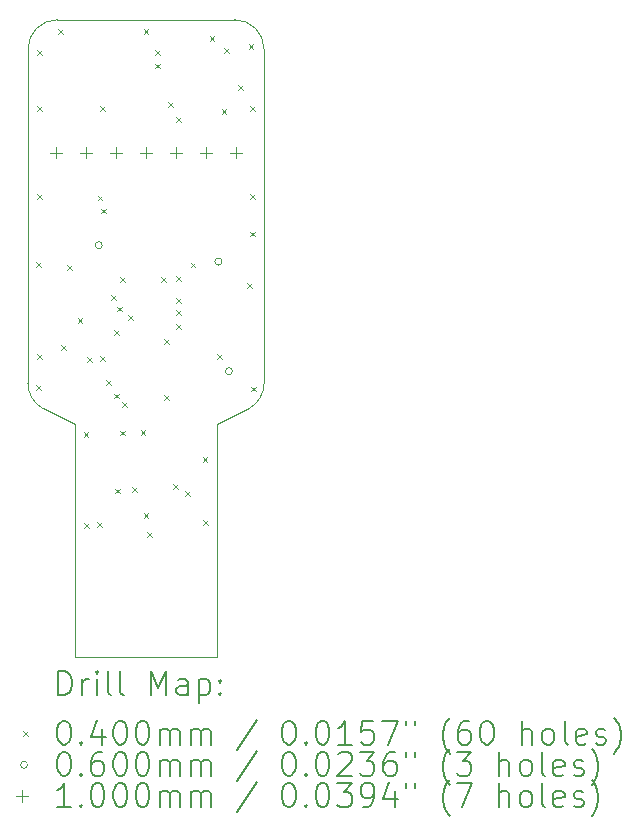
<source format=gbr>
%TF.GenerationSoftware,KiCad,Pcbnew,9.0.0+1*%
%TF.CreationDate,2025-04-22T17:22:05+02:00*%
%TF.ProjectId,ts13a_dev_kit,74733133-615f-4646-9576-5f6b69742e6b,rev?*%
%TF.SameCoordinates,Original*%
%TF.FileFunction,Drillmap*%
%TF.FilePolarity,Positive*%
%FSLAX45Y45*%
G04 Gerber Fmt 4.5, Leading zero omitted, Abs format (unit mm)*
G04 Created by KiCad (PCBNEW 9.0.0+1) date 2025-04-22 17:22:05*
%MOMM*%
%LPD*%
G01*
G04 APERTURE LIST*
%ADD10C,0.050000*%
%ADD11C,0.120000*%
%ADD12C,0.200000*%
%ADD13C,0.100000*%
G04 APERTURE END LIST*
D10*
X13750000Y-5000000D02*
X12250000Y-5000000D01*
X13875000Y-8291506D02*
X13600000Y-8425000D01*
X13600000Y-9599500D02*
X13600000Y-8425000D01*
X12400000Y-8425000D02*
X12400000Y-9599500D01*
X12000000Y-5250000D02*
G75*
G02*
X12250000Y-5000000I250000J0D01*
G01*
X12125000Y-8291506D02*
G75*
G02*
X12000000Y-8075000I125000J216506D01*
G01*
X14000000Y-8075000D02*
G75*
G02*
X13875000Y-8291506I-250000J0D01*
G01*
X13750000Y-5000000D02*
G75*
G02*
X14000000Y-5250000I0J-250000D01*
G01*
X12000000Y-5250000D02*
X12000000Y-8075000D01*
X14000000Y-8075000D02*
X14000000Y-5250000D01*
X12125000Y-8291506D02*
X12400000Y-8425000D01*
D11*
X12400000Y-10399500D02*
X12400000Y-9599500D01*
X13600000Y-9599500D02*
X13600000Y-10399500D01*
X13600000Y-10399500D02*
X12400000Y-10399500D01*
D12*
D13*
X12072000Y-7055000D02*
X12112000Y-7095000D01*
X12112000Y-7055000D02*
X12072000Y-7095000D01*
X12072000Y-8097000D02*
X12112000Y-8137000D01*
X12112000Y-8097000D02*
X12072000Y-8137000D01*
X12080000Y-5255000D02*
X12120000Y-5295000D01*
X12120000Y-5255000D02*
X12080000Y-5295000D01*
X12080000Y-5730000D02*
X12120000Y-5770000D01*
X12120000Y-5730000D02*
X12080000Y-5770000D01*
X12080000Y-6480000D02*
X12120000Y-6520000D01*
X12120000Y-6480000D02*
X12080000Y-6520000D01*
X12080000Y-7830000D02*
X12120000Y-7870000D01*
X12120000Y-7830000D02*
X12080000Y-7870000D01*
X12255000Y-5080000D02*
X12295000Y-5120000D01*
X12295000Y-5080000D02*
X12255000Y-5120000D01*
X12280000Y-7755000D02*
X12320000Y-7795000D01*
X12320000Y-7755000D02*
X12280000Y-7795000D01*
X12330000Y-7080000D02*
X12370000Y-7120000D01*
X12370000Y-7080000D02*
X12330000Y-7120000D01*
X12422000Y-7525000D02*
X12462000Y-7565000D01*
X12462000Y-7525000D02*
X12422000Y-7565000D01*
X12471000Y-8495000D02*
X12511000Y-8535000D01*
X12511000Y-8495000D02*
X12471000Y-8535000D01*
X12474000Y-9265000D02*
X12514000Y-9305000D01*
X12514000Y-9265000D02*
X12474000Y-9305000D01*
X12502997Y-7855997D02*
X12542997Y-7895997D01*
X12542997Y-7855997D02*
X12502997Y-7895997D01*
X12585502Y-9254498D02*
X12625502Y-9294498D01*
X12625502Y-9254498D02*
X12585502Y-9294498D01*
X12590163Y-6490000D02*
X12630163Y-6530000D01*
X12630163Y-6490000D02*
X12590163Y-6530000D01*
X12610000Y-5735000D02*
X12650000Y-5775000D01*
X12650000Y-5735000D02*
X12610000Y-5775000D01*
X12610000Y-7850000D02*
X12650000Y-7890000D01*
X12650000Y-7850000D02*
X12610000Y-7890000D01*
X12621100Y-6600000D02*
X12661100Y-6640000D01*
X12661100Y-6600000D02*
X12621100Y-6640000D01*
X12661000Y-8051000D02*
X12701000Y-8091000D01*
X12701000Y-8051000D02*
X12661000Y-8091000D01*
X12705000Y-7330000D02*
X12745000Y-7370000D01*
X12745000Y-7330000D02*
X12705000Y-7370000D01*
X12730000Y-7630000D02*
X12770000Y-7670000D01*
X12770000Y-7630000D02*
X12730000Y-7670000D01*
X12730000Y-8165861D02*
X12770000Y-8205861D01*
X12770000Y-8165861D02*
X12730000Y-8205861D01*
X12740000Y-8970000D02*
X12780000Y-9010000D01*
X12780000Y-8970000D02*
X12740000Y-9010000D01*
X12755000Y-7430000D02*
X12795000Y-7470000D01*
X12795000Y-7430000D02*
X12755000Y-7470000D01*
X12780000Y-7180000D02*
X12820000Y-7220000D01*
X12820000Y-7180000D02*
X12780000Y-7220000D01*
X12780000Y-8480000D02*
X12820000Y-8520000D01*
X12820000Y-8480000D02*
X12780000Y-8520000D01*
X12800000Y-8238000D02*
X12840000Y-8278000D01*
X12840000Y-8238000D02*
X12800000Y-8278000D01*
X12848000Y-7498828D02*
X12888000Y-7538828D01*
X12888000Y-7498828D02*
X12848000Y-7538828D01*
X12880000Y-8955000D02*
X12920000Y-8995000D01*
X12920000Y-8955000D02*
X12880000Y-8995000D01*
X12955000Y-8475000D02*
X12995000Y-8515000D01*
X12995000Y-8475000D02*
X12955000Y-8515000D01*
X12980000Y-5080000D02*
X13020000Y-5120000D01*
X13020000Y-5080000D02*
X12980000Y-5120000D01*
X12980000Y-9180000D02*
X13020000Y-9220000D01*
X13020000Y-9180000D02*
X12980000Y-9220000D01*
X13010000Y-9340000D02*
X13050000Y-9380000D01*
X13050000Y-9340000D02*
X13010000Y-9380000D01*
X13080000Y-5255000D02*
X13120000Y-5295000D01*
X13120000Y-5255000D02*
X13080000Y-5295000D01*
X13080000Y-5372000D02*
X13120000Y-5412000D01*
X13120000Y-5372000D02*
X13080000Y-5412000D01*
X13130000Y-7180000D02*
X13170000Y-7220000D01*
X13170000Y-7180000D02*
X13130000Y-7220000D01*
X13155000Y-7705000D02*
X13195000Y-7745000D01*
X13195000Y-7705000D02*
X13155000Y-7745000D01*
X13155000Y-8180000D02*
X13195000Y-8220000D01*
X13195000Y-8180000D02*
X13155000Y-8220000D01*
X13190000Y-5700000D02*
X13230000Y-5740000D01*
X13230000Y-5700000D02*
X13190000Y-5740000D01*
X13230000Y-8930000D02*
X13270000Y-8970000D01*
X13270000Y-8930000D02*
X13230000Y-8970000D01*
X13254000Y-5828000D02*
X13294000Y-5868000D01*
X13294000Y-5828000D02*
X13254000Y-5868000D01*
X13255000Y-7173000D02*
X13295000Y-7213000D01*
X13295000Y-7173000D02*
X13255000Y-7213000D01*
X13255000Y-7355000D02*
X13295000Y-7395000D01*
X13295000Y-7355000D02*
X13255000Y-7395000D01*
X13255000Y-7580000D02*
X13295000Y-7620000D01*
X13295000Y-7580000D02*
X13255000Y-7620000D01*
X13257000Y-7462000D02*
X13297000Y-7502000D01*
X13297000Y-7462000D02*
X13257000Y-7502000D01*
X13332000Y-8991000D02*
X13372000Y-9031000D01*
X13372000Y-8991000D02*
X13332000Y-9031000D01*
X13377000Y-7058000D02*
X13417000Y-7098000D01*
X13417000Y-7058000D02*
X13377000Y-7098000D01*
X13479000Y-8704000D02*
X13519000Y-8744000D01*
X13519000Y-8704000D02*
X13479000Y-8744000D01*
X13483000Y-9237000D02*
X13523000Y-9277000D01*
X13523000Y-9237000D02*
X13483000Y-9277000D01*
X13540000Y-5140000D02*
X13580000Y-5180000D01*
X13580000Y-5140000D02*
X13540000Y-5180000D01*
X13605000Y-7830000D02*
X13645000Y-7870000D01*
X13645000Y-7830000D02*
X13605000Y-7870000D01*
X13640000Y-5760000D02*
X13680000Y-5800000D01*
X13680000Y-5760000D02*
X13640000Y-5800000D01*
X13660000Y-5240000D02*
X13700000Y-5280000D01*
X13700000Y-5240000D02*
X13660000Y-5280000D01*
X13780000Y-5555000D02*
X13820000Y-5595000D01*
X13820000Y-5555000D02*
X13780000Y-5595000D01*
X13855000Y-7230000D02*
X13895000Y-7270000D01*
X13895000Y-7230000D02*
X13855000Y-7270000D01*
X13870000Y-5210000D02*
X13910000Y-5250000D01*
X13910000Y-5210000D02*
X13870000Y-5250000D01*
X13880000Y-5730000D02*
X13920000Y-5770000D01*
X13920000Y-5730000D02*
X13880000Y-5770000D01*
X13880000Y-6480000D02*
X13920000Y-6520000D01*
X13920000Y-6480000D02*
X13880000Y-6520000D01*
X13880000Y-6794000D02*
X13920000Y-6834000D01*
X13920000Y-6794000D02*
X13880000Y-6834000D01*
X13889000Y-8106000D02*
X13929000Y-8146000D01*
X13929000Y-8106000D02*
X13889000Y-8146000D01*
X12630000Y-6910000D02*
G75*
G02*
X12570000Y-6910000I-30000J0D01*
G01*
X12570000Y-6910000D02*
G75*
G02*
X12630000Y-6910000I30000J0D01*
G01*
X13643000Y-7048000D02*
G75*
G02*
X13583000Y-7048000I-30000J0D01*
G01*
X13583000Y-7048000D02*
G75*
G02*
X13643000Y-7048000I30000J0D01*
G01*
X13732000Y-7977000D02*
G75*
G02*
X13672000Y-7977000I-30000J0D01*
G01*
X13672000Y-7977000D02*
G75*
G02*
X13732000Y-7977000I30000J0D01*
G01*
X12236000Y-6075000D02*
X12236000Y-6175000D01*
X12186000Y-6125000D02*
X12286000Y-6125000D01*
X12490000Y-6075000D02*
X12490000Y-6175000D01*
X12440000Y-6125000D02*
X12540000Y-6125000D01*
X12744000Y-6075000D02*
X12744000Y-6175000D01*
X12694000Y-6125000D02*
X12794000Y-6125000D01*
X12998000Y-6075000D02*
X12998000Y-6175000D01*
X12948000Y-6125000D02*
X13048000Y-6125000D01*
X13252000Y-6075000D02*
X13252000Y-6175000D01*
X13202000Y-6125000D02*
X13302000Y-6125000D01*
X13506000Y-6075000D02*
X13506000Y-6175000D01*
X13456000Y-6125000D02*
X13556000Y-6125000D01*
X13760000Y-6075000D02*
X13760000Y-6175000D01*
X13710000Y-6125000D02*
X13810000Y-6125000D01*
D12*
X12258277Y-10716984D02*
X12258277Y-10516984D01*
X12258277Y-10516984D02*
X12305896Y-10516984D01*
X12305896Y-10516984D02*
X12334467Y-10526508D01*
X12334467Y-10526508D02*
X12353515Y-10545555D01*
X12353515Y-10545555D02*
X12363039Y-10564603D01*
X12363039Y-10564603D02*
X12372562Y-10602698D01*
X12372562Y-10602698D02*
X12372562Y-10631270D01*
X12372562Y-10631270D02*
X12363039Y-10669365D01*
X12363039Y-10669365D02*
X12353515Y-10688412D01*
X12353515Y-10688412D02*
X12334467Y-10707460D01*
X12334467Y-10707460D02*
X12305896Y-10716984D01*
X12305896Y-10716984D02*
X12258277Y-10716984D01*
X12458277Y-10716984D02*
X12458277Y-10583650D01*
X12458277Y-10621746D02*
X12467801Y-10602698D01*
X12467801Y-10602698D02*
X12477324Y-10593174D01*
X12477324Y-10593174D02*
X12496372Y-10583650D01*
X12496372Y-10583650D02*
X12515420Y-10583650D01*
X12582086Y-10716984D02*
X12582086Y-10583650D01*
X12582086Y-10516984D02*
X12572562Y-10526508D01*
X12572562Y-10526508D02*
X12582086Y-10536031D01*
X12582086Y-10536031D02*
X12591610Y-10526508D01*
X12591610Y-10526508D02*
X12582086Y-10516984D01*
X12582086Y-10516984D02*
X12582086Y-10536031D01*
X12705896Y-10716984D02*
X12686848Y-10707460D01*
X12686848Y-10707460D02*
X12677324Y-10688412D01*
X12677324Y-10688412D02*
X12677324Y-10516984D01*
X12810658Y-10716984D02*
X12791610Y-10707460D01*
X12791610Y-10707460D02*
X12782086Y-10688412D01*
X12782086Y-10688412D02*
X12782086Y-10516984D01*
X13039229Y-10716984D02*
X13039229Y-10516984D01*
X13039229Y-10516984D02*
X13105896Y-10659841D01*
X13105896Y-10659841D02*
X13172562Y-10516984D01*
X13172562Y-10516984D02*
X13172562Y-10716984D01*
X13353515Y-10716984D02*
X13353515Y-10612222D01*
X13353515Y-10612222D02*
X13343991Y-10593174D01*
X13343991Y-10593174D02*
X13324943Y-10583650D01*
X13324943Y-10583650D02*
X13286848Y-10583650D01*
X13286848Y-10583650D02*
X13267801Y-10593174D01*
X13353515Y-10707460D02*
X13334467Y-10716984D01*
X13334467Y-10716984D02*
X13286848Y-10716984D01*
X13286848Y-10716984D02*
X13267801Y-10707460D01*
X13267801Y-10707460D02*
X13258277Y-10688412D01*
X13258277Y-10688412D02*
X13258277Y-10669365D01*
X13258277Y-10669365D02*
X13267801Y-10650317D01*
X13267801Y-10650317D02*
X13286848Y-10640793D01*
X13286848Y-10640793D02*
X13334467Y-10640793D01*
X13334467Y-10640793D02*
X13353515Y-10631270D01*
X13448753Y-10583650D02*
X13448753Y-10783650D01*
X13448753Y-10593174D02*
X13467801Y-10583650D01*
X13467801Y-10583650D02*
X13505896Y-10583650D01*
X13505896Y-10583650D02*
X13524943Y-10593174D01*
X13524943Y-10593174D02*
X13534467Y-10602698D01*
X13534467Y-10602698D02*
X13543991Y-10621746D01*
X13543991Y-10621746D02*
X13543991Y-10678889D01*
X13543991Y-10678889D02*
X13534467Y-10697936D01*
X13534467Y-10697936D02*
X13524943Y-10707460D01*
X13524943Y-10707460D02*
X13505896Y-10716984D01*
X13505896Y-10716984D02*
X13467801Y-10716984D01*
X13467801Y-10716984D02*
X13448753Y-10707460D01*
X13629705Y-10697936D02*
X13639229Y-10707460D01*
X13639229Y-10707460D02*
X13629705Y-10716984D01*
X13629705Y-10716984D02*
X13620182Y-10707460D01*
X13620182Y-10707460D02*
X13629705Y-10697936D01*
X13629705Y-10697936D02*
X13629705Y-10716984D01*
X13629705Y-10593174D02*
X13639229Y-10602698D01*
X13639229Y-10602698D02*
X13629705Y-10612222D01*
X13629705Y-10612222D02*
X13620182Y-10602698D01*
X13620182Y-10602698D02*
X13629705Y-10593174D01*
X13629705Y-10593174D02*
X13629705Y-10612222D01*
D13*
X11957500Y-11025500D02*
X11997500Y-11065500D01*
X11997500Y-11025500D02*
X11957500Y-11065500D01*
D12*
X12296372Y-10936984D02*
X12315420Y-10936984D01*
X12315420Y-10936984D02*
X12334467Y-10946508D01*
X12334467Y-10946508D02*
X12343991Y-10956031D01*
X12343991Y-10956031D02*
X12353515Y-10975079D01*
X12353515Y-10975079D02*
X12363039Y-11013174D01*
X12363039Y-11013174D02*
X12363039Y-11060793D01*
X12363039Y-11060793D02*
X12353515Y-11098889D01*
X12353515Y-11098889D02*
X12343991Y-11117936D01*
X12343991Y-11117936D02*
X12334467Y-11127460D01*
X12334467Y-11127460D02*
X12315420Y-11136984D01*
X12315420Y-11136984D02*
X12296372Y-11136984D01*
X12296372Y-11136984D02*
X12277324Y-11127460D01*
X12277324Y-11127460D02*
X12267801Y-11117936D01*
X12267801Y-11117936D02*
X12258277Y-11098889D01*
X12258277Y-11098889D02*
X12248753Y-11060793D01*
X12248753Y-11060793D02*
X12248753Y-11013174D01*
X12248753Y-11013174D02*
X12258277Y-10975079D01*
X12258277Y-10975079D02*
X12267801Y-10956031D01*
X12267801Y-10956031D02*
X12277324Y-10946508D01*
X12277324Y-10946508D02*
X12296372Y-10936984D01*
X12448753Y-11117936D02*
X12458277Y-11127460D01*
X12458277Y-11127460D02*
X12448753Y-11136984D01*
X12448753Y-11136984D02*
X12439229Y-11127460D01*
X12439229Y-11127460D02*
X12448753Y-11117936D01*
X12448753Y-11117936D02*
X12448753Y-11136984D01*
X12629705Y-11003650D02*
X12629705Y-11136984D01*
X12582086Y-10927460D02*
X12534467Y-11070317D01*
X12534467Y-11070317D02*
X12658277Y-11070317D01*
X12772562Y-10936984D02*
X12791610Y-10936984D01*
X12791610Y-10936984D02*
X12810658Y-10946508D01*
X12810658Y-10946508D02*
X12820182Y-10956031D01*
X12820182Y-10956031D02*
X12829705Y-10975079D01*
X12829705Y-10975079D02*
X12839229Y-11013174D01*
X12839229Y-11013174D02*
X12839229Y-11060793D01*
X12839229Y-11060793D02*
X12829705Y-11098889D01*
X12829705Y-11098889D02*
X12820182Y-11117936D01*
X12820182Y-11117936D02*
X12810658Y-11127460D01*
X12810658Y-11127460D02*
X12791610Y-11136984D01*
X12791610Y-11136984D02*
X12772562Y-11136984D01*
X12772562Y-11136984D02*
X12753515Y-11127460D01*
X12753515Y-11127460D02*
X12743991Y-11117936D01*
X12743991Y-11117936D02*
X12734467Y-11098889D01*
X12734467Y-11098889D02*
X12724943Y-11060793D01*
X12724943Y-11060793D02*
X12724943Y-11013174D01*
X12724943Y-11013174D02*
X12734467Y-10975079D01*
X12734467Y-10975079D02*
X12743991Y-10956031D01*
X12743991Y-10956031D02*
X12753515Y-10946508D01*
X12753515Y-10946508D02*
X12772562Y-10936984D01*
X12963039Y-10936984D02*
X12982086Y-10936984D01*
X12982086Y-10936984D02*
X13001134Y-10946508D01*
X13001134Y-10946508D02*
X13010658Y-10956031D01*
X13010658Y-10956031D02*
X13020182Y-10975079D01*
X13020182Y-10975079D02*
X13029705Y-11013174D01*
X13029705Y-11013174D02*
X13029705Y-11060793D01*
X13029705Y-11060793D02*
X13020182Y-11098889D01*
X13020182Y-11098889D02*
X13010658Y-11117936D01*
X13010658Y-11117936D02*
X13001134Y-11127460D01*
X13001134Y-11127460D02*
X12982086Y-11136984D01*
X12982086Y-11136984D02*
X12963039Y-11136984D01*
X12963039Y-11136984D02*
X12943991Y-11127460D01*
X12943991Y-11127460D02*
X12934467Y-11117936D01*
X12934467Y-11117936D02*
X12924943Y-11098889D01*
X12924943Y-11098889D02*
X12915420Y-11060793D01*
X12915420Y-11060793D02*
X12915420Y-11013174D01*
X12915420Y-11013174D02*
X12924943Y-10975079D01*
X12924943Y-10975079D02*
X12934467Y-10956031D01*
X12934467Y-10956031D02*
X12943991Y-10946508D01*
X12943991Y-10946508D02*
X12963039Y-10936984D01*
X13115420Y-11136984D02*
X13115420Y-11003650D01*
X13115420Y-11022698D02*
X13124943Y-11013174D01*
X13124943Y-11013174D02*
X13143991Y-11003650D01*
X13143991Y-11003650D02*
X13172563Y-11003650D01*
X13172563Y-11003650D02*
X13191610Y-11013174D01*
X13191610Y-11013174D02*
X13201134Y-11032222D01*
X13201134Y-11032222D02*
X13201134Y-11136984D01*
X13201134Y-11032222D02*
X13210658Y-11013174D01*
X13210658Y-11013174D02*
X13229705Y-11003650D01*
X13229705Y-11003650D02*
X13258277Y-11003650D01*
X13258277Y-11003650D02*
X13277324Y-11013174D01*
X13277324Y-11013174D02*
X13286848Y-11032222D01*
X13286848Y-11032222D02*
X13286848Y-11136984D01*
X13382086Y-11136984D02*
X13382086Y-11003650D01*
X13382086Y-11022698D02*
X13391610Y-11013174D01*
X13391610Y-11013174D02*
X13410658Y-11003650D01*
X13410658Y-11003650D02*
X13439229Y-11003650D01*
X13439229Y-11003650D02*
X13458277Y-11013174D01*
X13458277Y-11013174D02*
X13467801Y-11032222D01*
X13467801Y-11032222D02*
X13467801Y-11136984D01*
X13467801Y-11032222D02*
X13477324Y-11013174D01*
X13477324Y-11013174D02*
X13496372Y-11003650D01*
X13496372Y-11003650D02*
X13524943Y-11003650D01*
X13524943Y-11003650D02*
X13543991Y-11013174D01*
X13543991Y-11013174D02*
X13553515Y-11032222D01*
X13553515Y-11032222D02*
X13553515Y-11136984D01*
X13943991Y-10927460D02*
X13772563Y-11184603D01*
X14201134Y-10936984D02*
X14220182Y-10936984D01*
X14220182Y-10936984D02*
X14239229Y-10946508D01*
X14239229Y-10946508D02*
X14248753Y-10956031D01*
X14248753Y-10956031D02*
X14258277Y-10975079D01*
X14258277Y-10975079D02*
X14267801Y-11013174D01*
X14267801Y-11013174D02*
X14267801Y-11060793D01*
X14267801Y-11060793D02*
X14258277Y-11098889D01*
X14258277Y-11098889D02*
X14248753Y-11117936D01*
X14248753Y-11117936D02*
X14239229Y-11127460D01*
X14239229Y-11127460D02*
X14220182Y-11136984D01*
X14220182Y-11136984D02*
X14201134Y-11136984D01*
X14201134Y-11136984D02*
X14182086Y-11127460D01*
X14182086Y-11127460D02*
X14172563Y-11117936D01*
X14172563Y-11117936D02*
X14163039Y-11098889D01*
X14163039Y-11098889D02*
X14153515Y-11060793D01*
X14153515Y-11060793D02*
X14153515Y-11013174D01*
X14153515Y-11013174D02*
X14163039Y-10975079D01*
X14163039Y-10975079D02*
X14172563Y-10956031D01*
X14172563Y-10956031D02*
X14182086Y-10946508D01*
X14182086Y-10946508D02*
X14201134Y-10936984D01*
X14353515Y-11117936D02*
X14363039Y-11127460D01*
X14363039Y-11127460D02*
X14353515Y-11136984D01*
X14353515Y-11136984D02*
X14343991Y-11127460D01*
X14343991Y-11127460D02*
X14353515Y-11117936D01*
X14353515Y-11117936D02*
X14353515Y-11136984D01*
X14486848Y-10936984D02*
X14505896Y-10936984D01*
X14505896Y-10936984D02*
X14524944Y-10946508D01*
X14524944Y-10946508D02*
X14534467Y-10956031D01*
X14534467Y-10956031D02*
X14543991Y-10975079D01*
X14543991Y-10975079D02*
X14553515Y-11013174D01*
X14553515Y-11013174D02*
X14553515Y-11060793D01*
X14553515Y-11060793D02*
X14543991Y-11098889D01*
X14543991Y-11098889D02*
X14534467Y-11117936D01*
X14534467Y-11117936D02*
X14524944Y-11127460D01*
X14524944Y-11127460D02*
X14505896Y-11136984D01*
X14505896Y-11136984D02*
X14486848Y-11136984D01*
X14486848Y-11136984D02*
X14467801Y-11127460D01*
X14467801Y-11127460D02*
X14458277Y-11117936D01*
X14458277Y-11117936D02*
X14448753Y-11098889D01*
X14448753Y-11098889D02*
X14439229Y-11060793D01*
X14439229Y-11060793D02*
X14439229Y-11013174D01*
X14439229Y-11013174D02*
X14448753Y-10975079D01*
X14448753Y-10975079D02*
X14458277Y-10956031D01*
X14458277Y-10956031D02*
X14467801Y-10946508D01*
X14467801Y-10946508D02*
X14486848Y-10936984D01*
X14743991Y-11136984D02*
X14629706Y-11136984D01*
X14686848Y-11136984D02*
X14686848Y-10936984D01*
X14686848Y-10936984D02*
X14667801Y-10965555D01*
X14667801Y-10965555D02*
X14648753Y-10984603D01*
X14648753Y-10984603D02*
X14629706Y-10994127D01*
X14924944Y-10936984D02*
X14829706Y-10936984D01*
X14829706Y-10936984D02*
X14820182Y-11032222D01*
X14820182Y-11032222D02*
X14829706Y-11022698D01*
X14829706Y-11022698D02*
X14848753Y-11013174D01*
X14848753Y-11013174D02*
X14896372Y-11013174D01*
X14896372Y-11013174D02*
X14915420Y-11022698D01*
X14915420Y-11022698D02*
X14924944Y-11032222D01*
X14924944Y-11032222D02*
X14934467Y-11051270D01*
X14934467Y-11051270D02*
X14934467Y-11098889D01*
X14934467Y-11098889D02*
X14924944Y-11117936D01*
X14924944Y-11117936D02*
X14915420Y-11127460D01*
X14915420Y-11127460D02*
X14896372Y-11136984D01*
X14896372Y-11136984D02*
X14848753Y-11136984D01*
X14848753Y-11136984D02*
X14829706Y-11127460D01*
X14829706Y-11127460D02*
X14820182Y-11117936D01*
X15001134Y-10936984D02*
X15134467Y-10936984D01*
X15134467Y-10936984D02*
X15048753Y-11136984D01*
X15201134Y-10936984D02*
X15201134Y-10975079D01*
X15277325Y-10936984D02*
X15277325Y-10975079D01*
X15572563Y-11213174D02*
X15563039Y-11203650D01*
X15563039Y-11203650D02*
X15543991Y-11175079D01*
X15543991Y-11175079D02*
X15534468Y-11156031D01*
X15534468Y-11156031D02*
X15524944Y-11127460D01*
X15524944Y-11127460D02*
X15515420Y-11079841D01*
X15515420Y-11079841D02*
X15515420Y-11041746D01*
X15515420Y-11041746D02*
X15524944Y-10994127D01*
X15524944Y-10994127D02*
X15534468Y-10965555D01*
X15534468Y-10965555D02*
X15543991Y-10946508D01*
X15543991Y-10946508D02*
X15563039Y-10917936D01*
X15563039Y-10917936D02*
X15572563Y-10908412D01*
X15734468Y-10936984D02*
X15696372Y-10936984D01*
X15696372Y-10936984D02*
X15677325Y-10946508D01*
X15677325Y-10946508D02*
X15667801Y-10956031D01*
X15667801Y-10956031D02*
X15648753Y-10984603D01*
X15648753Y-10984603D02*
X15639229Y-11022698D01*
X15639229Y-11022698D02*
X15639229Y-11098889D01*
X15639229Y-11098889D02*
X15648753Y-11117936D01*
X15648753Y-11117936D02*
X15658277Y-11127460D01*
X15658277Y-11127460D02*
X15677325Y-11136984D01*
X15677325Y-11136984D02*
X15715420Y-11136984D01*
X15715420Y-11136984D02*
X15734468Y-11127460D01*
X15734468Y-11127460D02*
X15743991Y-11117936D01*
X15743991Y-11117936D02*
X15753515Y-11098889D01*
X15753515Y-11098889D02*
X15753515Y-11051270D01*
X15753515Y-11051270D02*
X15743991Y-11032222D01*
X15743991Y-11032222D02*
X15734468Y-11022698D01*
X15734468Y-11022698D02*
X15715420Y-11013174D01*
X15715420Y-11013174D02*
X15677325Y-11013174D01*
X15677325Y-11013174D02*
X15658277Y-11022698D01*
X15658277Y-11022698D02*
X15648753Y-11032222D01*
X15648753Y-11032222D02*
X15639229Y-11051270D01*
X15877325Y-10936984D02*
X15896372Y-10936984D01*
X15896372Y-10936984D02*
X15915420Y-10946508D01*
X15915420Y-10946508D02*
X15924944Y-10956031D01*
X15924944Y-10956031D02*
X15934468Y-10975079D01*
X15934468Y-10975079D02*
X15943991Y-11013174D01*
X15943991Y-11013174D02*
X15943991Y-11060793D01*
X15943991Y-11060793D02*
X15934468Y-11098889D01*
X15934468Y-11098889D02*
X15924944Y-11117936D01*
X15924944Y-11117936D02*
X15915420Y-11127460D01*
X15915420Y-11127460D02*
X15896372Y-11136984D01*
X15896372Y-11136984D02*
X15877325Y-11136984D01*
X15877325Y-11136984D02*
X15858277Y-11127460D01*
X15858277Y-11127460D02*
X15848753Y-11117936D01*
X15848753Y-11117936D02*
X15839229Y-11098889D01*
X15839229Y-11098889D02*
X15829706Y-11060793D01*
X15829706Y-11060793D02*
X15829706Y-11013174D01*
X15829706Y-11013174D02*
X15839229Y-10975079D01*
X15839229Y-10975079D02*
X15848753Y-10956031D01*
X15848753Y-10956031D02*
X15858277Y-10946508D01*
X15858277Y-10946508D02*
X15877325Y-10936984D01*
X16182087Y-11136984D02*
X16182087Y-10936984D01*
X16267801Y-11136984D02*
X16267801Y-11032222D01*
X16267801Y-11032222D02*
X16258277Y-11013174D01*
X16258277Y-11013174D02*
X16239230Y-11003650D01*
X16239230Y-11003650D02*
X16210658Y-11003650D01*
X16210658Y-11003650D02*
X16191610Y-11013174D01*
X16191610Y-11013174D02*
X16182087Y-11022698D01*
X16391610Y-11136984D02*
X16372563Y-11127460D01*
X16372563Y-11127460D02*
X16363039Y-11117936D01*
X16363039Y-11117936D02*
X16353515Y-11098889D01*
X16353515Y-11098889D02*
X16353515Y-11041746D01*
X16353515Y-11041746D02*
X16363039Y-11022698D01*
X16363039Y-11022698D02*
X16372563Y-11013174D01*
X16372563Y-11013174D02*
X16391610Y-11003650D01*
X16391610Y-11003650D02*
X16420182Y-11003650D01*
X16420182Y-11003650D02*
X16439230Y-11013174D01*
X16439230Y-11013174D02*
X16448753Y-11022698D01*
X16448753Y-11022698D02*
X16458277Y-11041746D01*
X16458277Y-11041746D02*
X16458277Y-11098889D01*
X16458277Y-11098889D02*
X16448753Y-11117936D01*
X16448753Y-11117936D02*
X16439230Y-11127460D01*
X16439230Y-11127460D02*
X16420182Y-11136984D01*
X16420182Y-11136984D02*
X16391610Y-11136984D01*
X16572563Y-11136984D02*
X16553515Y-11127460D01*
X16553515Y-11127460D02*
X16543991Y-11108412D01*
X16543991Y-11108412D02*
X16543991Y-10936984D01*
X16724944Y-11127460D02*
X16705896Y-11136984D01*
X16705896Y-11136984D02*
X16667801Y-11136984D01*
X16667801Y-11136984D02*
X16648753Y-11127460D01*
X16648753Y-11127460D02*
X16639230Y-11108412D01*
X16639230Y-11108412D02*
X16639230Y-11032222D01*
X16639230Y-11032222D02*
X16648753Y-11013174D01*
X16648753Y-11013174D02*
X16667801Y-11003650D01*
X16667801Y-11003650D02*
X16705896Y-11003650D01*
X16705896Y-11003650D02*
X16724944Y-11013174D01*
X16724944Y-11013174D02*
X16734468Y-11032222D01*
X16734468Y-11032222D02*
X16734468Y-11051270D01*
X16734468Y-11051270D02*
X16639230Y-11070317D01*
X16810658Y-11127460D02*
X16829706Y-11136984D01*
X16829706Y-11136984D02*
X16867801Y-11136984D01*
X16867801Y-11136984D02*
X16886849Y-11127460D01*
X16886849Y-11127460D02*
X16896373Y-11108412D01*
X16896373Y-11108412D02*
X16896373Y-11098889D01*
X16896373Y-11098889D02*
X16886849Y-11079841D01*
X16886849Y-11079841D02*
X16867801Y-11070317D01*
X16867801Y-11070317D02*
X16839230Y-11070317D01*
X16839230Y-11070317D02*
X16820182Y-11060793D01*
X16820182Y-11060793D02*
X16810658Y-11041746D01*
X16810658Y-11041746D02*
X16810658Y-11032222D01*
X16810658Y-11032222D02*
X16820182Y-11013174D01*
X16820182Y-11013174D02*
X16839230Y-11003650D01*
X16839230Y-11003650D02*
X16867801Y-11003650D01*
X16867801Y-11003650D02*
X16886849Y-11013174D01*
X16963039Y-11213174D02*
X16972563Y-11203650D01*
X16972563Y-11203650D02*
X16991611Y-11175079D01*
X16991611Y-11175079D02*
X17001134Y-11156031D01*
X17001134Y-11156031D02*
X17010658Y-11127460D01*
X17010658Y-11127460D02*
X17020182Y-11079841D01*
X17020182Y-11079841D02*
X17020182Y-11041746D01*
X17020182Y-11041746D02*
X17010658Y-10994127D01*
X17010658Y-10994127D02*
X17001134Y-10965555D01*
X17001134Y-10965555D02*
X16991611Y-10946508D01*
X16991611Y-10946508D02*
X16972563Y-10917936D01*
X16972563Y-10917936D02*
X16963039Y-10908412D01*
D13*
X11997500Y-11309500D02*
G75*
G02*
X11937500Y-11309500I-30000J0D01*
G01*
X11937500Y-11309500D02*
G75*
G02*
X11997500Y-11309500I30000J0D01*
G01*
D12*
X12296372Y-11200984D02*
X12315420Y-11200984D01*
X12315420Y-11200984D02*
X12334467Y-11210508D01*
X12334467Y-11210508D02*
X12343991Y-11220031D01*
X12343991Y-11220031D02*
X12353515Y-11239079D01*
X12353515Y-11239079D02*
X12363039Y-11277174D01*
X12363039Y-11277174D02*
X12363039Y-11324793D01*
X12363039Y-11324793D02*
X12353515Y-11362888D01*
X12353515Y-11362888D02*
X12343991Y-11381936D01*
X12343991Y-11381936D02*
X12334467Y-11391460D01*
X12334467Y-11391460D02*
X12315420Y-11400984D01*
X12315420Y-11400984D02*
X12296372Y-11400984D01*
X12296372Y-11400984D02*
X12277324Y-11391460D01*
X12277324Y-11391460D02*
X12267801Y-11381936D01*
X12267801Y-11381936D02*
X12258277Y-11362888D01*
X12258277Y-11362888D02*
X12248753Y-11324793D01*
X12248753Y-11324793D02*
X12248753Y-11277174D01*
X12248753Y-11277174D02*
X12258277Y-11239079D01*
X12258277Y-11239079D02*
X12267801Y-11220031D01*
X12267801Y-11220031D02*
X12277324Y-11210508D01*
X12277324Y-11210508D02*
X12296372Y-11200984D01*
X12448753Y-11381936D02*
X12458277Y-11391460D01*
X12458277Y-11391460D02*
X12448753Y-11400984D01*
X12448753Y-11400984D02*
X12439229Y-11391460D01*
X12439229Y-11391460D02*
X12448753Y-11381936D01*
X12448753Y-11381936D02*
X12448753Y-11400984D01*
X12629705Y-11200984D02*
X12591610Y-11200984D01*
X12591610Y-11200984D02*
X12572562Y-11210508D01*
X12572562Y-11210508D02*
X12563039Y-11220031D01*
X12563039Y-11220031D02*
X12543991Y-11248603D01*
X12543991Y-11248603D02*
X12534467Y-11286698D01*
X12534467Y-11286698D02*
X12534467Y-11362888D01*
X12534467Y-11362888D02*
X12543991Y-11381936D01*
X12543991Y-11381936D02*
X12553515Y-11391460D01*
X12553515Y-11391460D02*
X12572562Y-11400984D01*
X12572562Y-11400984D02*
X12610658Y-11400984D01*
X12610658Y-11400984D02*
X12629705Y-11391460D01*
X12629705Y-11391460D02*
X12639229Y-11381936D01*
X12639229Y-11381936D02*
X12648753Y-11362888D01*
X12648753Y-11362888D02*
X12648753Y-11315269D01*
X12648753Y-11315269D02*
X12639229Y-11296222D01*
X12639229Y-11296222D02*
X12629705Y-11286698D01*
X12629705Y-11286698D02*
X12610658Y-11277174D01*
X12610658Y-11277174D02*
X12572562Y-11277174D01*
X12572562Y-11277174D02*
X12553515Y-11286698D01*
X12553515Y-11286698D02*
X12543991Y-11296222D01*
X12543991Y-11296222D02*
X12534467Y-11315269D01*
X12772562Y-11200984D02*
X12791610Y-11200984D01*
X12791610Y-11200984D02*
X12810658Y-11210508D01*
X12810658Y-11210508D02*
X12820182Y-11220031D01*
X12820182Y-11220031D02*
X12829705Y-11239079D01*
X12829705Y-11239079D02*
X12839229Y-11277174D01*
X12839229Y-11277174D02*
X12839229Y-11324793D01*
X12839229Y-11324793D02*
X12829705Y-11362888D01*
X12829705Y-11362888D02*
X12820182Y-11381936D01*
X12820182Y-11381936D02*
X12810658Y-11391460D01*
X12810658Y-11391460D02*
X12791610Y-11400984D01*
X12791610Y-11400984D02*
X12772562Y-11400984D01*
X12772562Y-11400984D02*
X12753515Y-11391460D01*
X12753515Y-11391460D02*
X12743991Y-11381936D01*
X12743991Y-11381936D02*
X12734467Y-11362888D01*
X12734467Y-11362888D02*
X12724943Y-11324793D01*
X12724943Y-11324793D02*
X12724943Y-11277174D01*
X12724943Y-11277174D02*
X12734467Y-11239079D01*
X12734467Y-11239079D02*
X12743991Y-11220031D01*
X12743991Y-11220031D02*
X12753515Y-11210508D01*
X12753515Y-11210508D02*
X12772562Y-11200984D01*
X12963039Y-11200984D02*
X12982086Y-11200984D01*
X12982086Y-11200984D02*
X13001134Y-11210508D01*
X13001134Y-11210508D02*
X13010658Y-11220031D01*
X13010658Y-11220031D02*
X13020182Y-11239079D01*
X13020182Y-11239079D02*
X13029705Y-11277174D01*
X13029705Y-11277174D02*
X13029705Y-11324793D01*
X13029705Y-11324793D02*
X13020182Y-11362888D01*
X13020182Y-11362888D02*
X13010658Y-11381936D01*
X13010658Y-11381936D02*
X13001134Y-11391460D01*
X13001134Y-11391460D02*
X12982086Y-11400984D01*
X12982086Y-11400984D02*
X12963039Y-11400984D01*
X12963039Y-11400984D02*
X12943991Y-11391460D01*
X12943991Y-11391460D02*
X12934467Y-11381936D01*
X12934467Y-11381936D02*
X12924943Y-11362888D01*
X12924943Y-11362888D02*
X12915420Y-11324793D01*
X12915420Y-11324793D02*
X12915420Y-11277174D01*
X12915420Y-11277174D02*
X12924943Y-11239079D01*
X12924943Y-11239079D02*
X12934467Y-11220031D01*
X12934467Y-11220031D02*
X12943991Y-11210508D01*
X12943991Y-11210508D02*
X12963039Y-11200984D01*
X13115420Y-11400984D02*
X13115420Y-11267650D01*
X13115420Y-11286698D02*
X13124943Y-11277174D01*
X13124943Y-11277174D02*
X13143991Y-11267650D01*
X13143991Y-11267650D02*
X13172563Y-11267650D01*
X13172563Y-11267650D02*
X13191610Y-11277174D01*
X13191610Y-11277174D02*
X13201134Y-11296222D01*
X13201134Y-11296222D02*
X13201134Y-11400984D01*
X13201134Y-11296222D02*
X13210658Y-11277174D01*
X13210658Y-11277174D02*
X13229705Y-11267650D01*
X13229705Y-11267650D02*
X13258277Y-11267650D01*
X13258277Y-11267650D02*
X13277324Y-11277174D01*
X13277324Y-11277174D02*
X13286848Y-11296222D01*
X13286848Y-11296222D02*
X13286848Y-11400984D01*
X13382086Y-11400984D02*
X13382086Y-11267650D01*
X13382086Y-11286698D02*
X13391610Y-11277174D01*
X13391610Y-11277174D02*
X13410658Y-11267650D01*
X13410658Y-11267650D02*
X13439229Y-11267650D01*
X13439229Y-11267650D02*
X13458277Y-11277174D01*
X13458277Y-11277174D02*
X13467801Y-11296222D01*
X13467801Y-11296222D02*
X13467801Y-11400984D01*
X13467801Y-11296222D02*
X13477324Y-11277174D01*
X13477324Y-11277174D02*
X13496372Y-11267650D01*
X13496372Y-11267650D02*
X13524943Y-11267650D01*
X13524943Y-11267650D02*
X13543991Y-11277174D01*
X13543991Y-11277174D02*
X13553515Y-11296222D01*
X13553515Y-11296222D02*
X13553515Y-11400984D01*
X13943991Y-11191460D02*
X13772563Y-11448603D01*
X14201134Y-11200984D02*
X14220182Y-11200984D01*
X14220182Y-11200984D02*
X14239229Y-11210508D01*
X14239229Y-11210508D02*
X14248753Y-11220031D01*
X14248753Y-11220031D02*
X14258277Y-11239079D01*
X14258277Y-11239079D02*
X14267801Y-11277174D01*
X14267801Y-11277174D02*
X14267801Y-11324793D01*
X14267801Y-11324793D02*
X14258277Y-11362888D01*
X14258277Y-11362888D02*
X14248753Y-11381936D01*
X14248753Y-11381936D02*
X14239229Y-11391460D01*
X14239229Y-11391460D02*
X14220182Y-11400984D01*
X14220182Y-11400984D02*
X14201134Y-11400984D01*
X14201134Y-11400984D02*
X14182086Y-11391460D01*
X14182086Y-11391460D02*
X14172563Y-11381936D01*
X14172563Y-11381936D02*
X14163039Y-11362888D01*
X14163039Y-11362888D02*
X14153515Y-11324793D01*
X14153515Y-11324793D02*
X14153515Y-11277174D01*
X14153515Y-11277174D02*
X14163039Y-11239079D01*
X14163039Y-11239079D02*
X14172563Y-11220031D01*
X14172563Y-11220031D02*
X14182086Y-11210508D01*
X14182086Y-11210508D02*
X14201134Y-11200984D01*
X14353515Y-11381936D02*
X14363039Y-11391460D01*
X14363039Y-11391460D02*
X14353515Y-11400984D01*
X14353515Y-11400984D02*
X14343991Y-11391460D01*
X14343991Y-11391460D02*
X14353515Y-11381936D01*
X14353515Y-11381936D02*
X14353515Y-11400984D01*
X14486848Y-11200984D02*
X14505896Y-11200984D01*
X14505896Y-11200984D02*
X14524944Y-11210508D01*
X14524944Y-11210508D02*
X14534467Y-11220031D01*
X14534467Y-11220031D02*
X14543991Y-11239079D01*
X14543991Y-11239079D02*
X14553515Y-11277174D01*
X14553515Y-11277174D02*
X14553515Y-11324793D01*
X14553515Y-11324793D02*
X14543991Y-11362888D01*
X14543991Y-11362888D02*
X14534467Y-11381936D01*
X14534467Y-11381936D02*
X14524944Y-11391460D01*
X14524944Y-11391460D02*
X14505896Y-11400984D01*
X14505896Y-11400984D02*
X14486848Y-11400984D01*
X14486848Y-11400984D02*
X14467801Y-11391460D01*
X14467801Y-11391460D02*
X14458277Y-11381936D01*
X14458277Y-11381936D02*
X14448753Y-11362888D01*
X14448753Y-11362888D02*
X14439229Y-11324793D01*
X14439229Y-11324793D02*
X14439229Y-11277174D01*
X14439229Y-11277174D02*
X14448753Y-11239079D01*
X14448753Y-11239079D02*
X14458277Y-11220031D01*
X14458277Y-11220031D02*
X14467801Y-11210508D01*
X14467801Y-11210508D02*
X14486848Y-11200984D01*
X14629706Y-11220031D02*
X14639229Y-11210508D01*
X14639229Y-11210508D02*
X14658277Y-11200984D01*
X14658277Y-11200984D02*
X14705896Y-11200984D01*
X14705896Y-11200984D02*
X14724944Y-11210508D01*
X14724944Y-11210508D02*
X14734467Y-11220031D01*
X14734467Y-11220031D02*
X14743991Y-11239079D01*
X14743991Y-11239079D02*
X14743991Y-11258127D01*
X14743991Y-11258127D02*
X14734467Y-11286698D01*
X14734467Y-11286698D02*
X14620182Y-11400984D01*
X14620182Y-11400984D02*
X14743991Y-11400984D01*
X14810658Y-11200984D02*
X14934467Y-11200984D01*
X14934467Y-11200984D02*
X14867801Y-11277174D01*
X14867801Y-11277174D02*
X14896372Y-11277174D01*
X14896372Y-11277174D02*
X14915420Y-11286698D01*
X14915420Y-11286698D02*
X14924944Y-11296222D01*
X14924944Y-11296222D02*
X14934467Y-11315269D01*
X14934467Y-11315269D02*
X14934467Y-11362888D01*
X14934467Y-11362888D02*
X14924944Y-11381936D01*
X14924944Y-11381936D02*
X14915420Y-11391460D01*
X14915420Y-11391460D02*
X14896372Y-11400984D01*
X14896372Y-11400984D02*
X14839229Y-11400984D01*
X14839229Y-11400984D02*
X14820182Y-11391460D01*
X14820182Y-11391460D02*
X14810658Y-11381936D01*
X15105896Y-11200984D02*
X15067801Y-11200984D01*
X15067801Y-11200984D02*
X15048753Y-11210508D01*
X15048753Y-11210508D02*
X15039229Y-11220031D01*
X15039229Y-11220031D02*
X15020182Y-11248603D01*
X15020182Y-11248603D02*
X15010658Y-11286698D01*
X15010658Y-11286698D02*
X15010658Y-11362888D01*
X15010658Y-11362888D02*
X15020182Y-11381936D01*
X15020182Y-11381936D02*
X15029706Y-11391460D01*
X15029706Y-11391460D02*
X15048753Y-11400984D01*
X15048753Y-11400984D02*
X15086848Y-11400984D01*
X15086848Y-11400984D02*
X15105896Y-11391460D01*
X15105896Y-11391460D02*
X15115420Y-11381936D01*
X15115420Y-11381936D02*
X15124944Y-11362888D01*
X15124944Y-11362888D02*
X15124944Y-11315269D01*
X15124944Y-11315269D02*
X15115420Y-11296222D01*
X15115420Y-11296222D02*
X15105896Y-11286698D01*
X15105896Y-11286698D02*
X15086848Y-11277174D01*
X15086848Y-11277174D02*
X15048753Y-11277174D01*
X15048753Y-11277174D02*
X15029706Y-11286698D01*
X15029706Y-11286698D02*
X15020182Y-11296222D01*
X15020182Y-11296222D02*
X15010658Y-11315269D01*
X15201134Y-11200984D02*
X15201134Y-11239079D01*
X15277325Y-11200984D02*
X15277325Y-11239079D01*
X15572563Y-11477174D02*
X15563039Y-11467650D01*
X15563039Y-11467650D02*
X15543991Y-11439079D01*
X15543991Y-11439079D02*
X15534468Y-11420031D01*
X15534468Y-11420031D02*
X15524944Y-11391460D01*
X15524944Y-11391460D02*
X15515420Y-11343841D01*
X15515420Y-11343841D02*
X15515420Y-11305746D01*
X15515420Y-11305746D02*
X15524944Y-11258127D01*
X15524944Y-11258127D02*
X15534468Y-11229555D01*
X15534468Y-11229555D02*
X15543991Y-11210508D01*
X15543991Y-11210508D02*
X15563039Y-11181936D01*
X15563039Y-11181936D02*
X15572563Y-11172412D01*
X15629706Y-11200984D02*
X15753515Y-11200984D01*
X15753515Y-11200984D02*
X15686848Y-11277174D01*
X15686848Y-11277174D02*
X15715420Y-11277174D01*
X15715420Y-11277174D02*
X15734468Y-11286698D01*
X15734468Y-11286698D02*
X15743991Y-11296222D01*
X15743991Y-11296222D02*
X15753515Y-11315269D01*
X15753515Y-11315269D02*
X15753515Y-11362888D01*
X15753515Y-11362888D02*
X15743991Y-11381936D01*
X15743991Y-11381936D02*
X15734468Y-11391460D01*
X15734468Y-11391460D02*
X15715420Y-11400984D01*
X15715420Y-11400984D02*
X15658277Y-11400984D01*
X15658277Y-11400984D02*
X15639229Y-11391460D01*
X15639229Y-11391460D02*
X15629706Y-11381936D01*
X15991610Y-11400984D02*
X15991610Y-11200984D01*
X16077325Y-11400984D02*
X16077325Y-11296222D01*
X16077325Y-11296222D02*
X16067801Y-11277174D01*
X16067801Y-11277174D02*
X16048753Y-11267650D01*
X16048753Y-11267650D02*
X16020182Y-11267650D01*
X16020182Y-11267650D02*
X16001134Y-11277174D01*
X16001134Y-11277174D02*
X15991610Y-11286698D01*
X16201134Y-11400984D02*
X16182087Y-11391460D01*
X16182087Y-11391460D02*
X16172563Y-11381936D01*
X16172563Y-11381936D02*
X16163039Y-11362888D01*
X16163039Y-11362888D02*
X16163039Y-11305746D01*
X16163039Y-11305746D02*
X16172563Y-11286698D01*
X16172563Y-11286698D02*
X16182087Y-11277174D01*
X16182087Y-11277174D02*
X16201134Y-11267650D01*
X16201134Y-11267650D02*
X16229706Y-11267650D01*
X16229706Y-11267650D02*
X16248753Y-11277174D01*
X16248753Y-11277174D02*
X16258277Y-11286698D01*
X16258277Y-11286698D02*
X16267801Y-11305746D01*
X16267801Y-11305746D02*
X16267801Y-11362888D01*
X16267801Y-11362888D02*
X16258277Y-11381936D01*
X16258277Y-11381936D02*
X16248753Y-11391460D01*
X16248753Y-11391460D02*
X16229706Y-11400984D01*
X16229706Y-11400984D02*
X16201134Y-11400984D01*
X16382087Y-11400984D02*
X16363039Y-11391460D01*
X16363039Y-11391460D02*
X16353515Y-11372412D01*
X16353515Y-11372412D02*
X16353515Y-11200984D01*
X16534468Y-11391460D02*
X16515420Y-11400984D01*
X16515420Y-11400984D02*
X16477325Y-11400984D01*
X16477325Y-11400984D02*
X16458277Y-11391460D01*
X16458277Y-11391460D02*
X16448753Y-11372412D01*
X16448753Y-11372412D02*
X16448753Y-11296222D01*
X16448753Y-11296222D02*
X16458277Y-11277174D01*
X16458277Y-11277174D02*
X16477325Y-11267650D01*
X16477325Y-11267650D02*
X16515420Y-11267650D01*
X16515420Y-11267650D02*
X16534468Y-11277174D01*
X16534468Y-11277174D02*
X16543991Y-11296222D01*
X16543991Y-11296222D02*
X16543991Y-11315269D01*
X16543991Y-11315269D02*
X16448753Y-11334317D01*
X16620182Y-11391460D02*
X16639230Y-11400984D01*
X16639230Y-11400984D02*
X16677325Y-11400984D01*
X16677325Y-11400984D02*
X16696372Y-11391460D01*
X16696372Y-11391460D02*
X16705896Y-11372412D01*
X16705896Y-11372412D02*
X16705896Y-11362888D01*
X16705896Y-11362888D02*
X16696372Y-11343841D01*
X16696372Y-11343841D02*
X16677325Y-11334317D01*
X16677325Y-11334317D02*
X16648753Y-11334317D01*
X16648753Y-11334317D02*
X16629706Y-11324793D01*
X16629706Y-11324793D02*
X16620182Y-11305746D01*
X16620182Y-11305746D02*
X16620182Y-11296222D01*
X16620182Y-11296222D02*
X16629706Y-11277174D01*
X16629706Y-11277174D02*
X16648753Y-11267650D01*
X16648753Y-11267650D02*
X16677325Y-11267650D01*
X16677325Y-11267650D02*
X16696372Y-11277174D01*
X16772563Y-11477174D02*
X16782087Y-11467650D01*
X16782087Y-11467650D02*
X16801134Y-11439079D01*
X16801134Y-11439079D02*
X16810658Y-11420031D01*
X16810658Y-11420031D02*
X16820182Y-11391460D01*
X16820182Y-11391460D02*
X16829706Y-11343841D01*
X16829706Y-11343841D02*
X16829706Y-11305746D01*
X16829706Y-11305746D02*
X16820182Y-11258127D01*
X16820182Y-11258127D02*
X16810658Y-11229555D01*
X16810658Y-11229555D02*
X16801134Y-11210508D01*
X16801134Y-11210508D02*
X16782087Y-11181936D01*
X16782087Y-11181936D02*
X16772563Y-11172412D01*
D13*
X11947500Y-11523500D02*
X11947500Y-11623500D01*
X11897500Y-11573500D02*
X11997500Y-11573500D01*
D12*
X12363039Y-11664984D02*
X12248753Y-11664984D01*
X12305896Y-11664984D02*
X12305896Y-11464984D01*
X12305896Y-11464984D02*
X12286848Y-11493555D01*
X12286848Y-11493555D02*
X12267801Y-11512603D01*
X12267801Y-11512603D02*
X12248753Y-11522127D01*
X12448753Y-11645936D02*
X12458277Y-11655460D01*
X12458277Y-11655460D02*
X12448753Y-11664984D01*
X12448753Y-11664984D02*
X12439229Y-11655460D01*
X12439229Y-11655460D02*
X12448753Y-11645936D01*
X12448753Y-11645936D02*
X12448753Y-11664984D01*
X12582086Y-11464984D02*
X12601134Y-11464984D01*
X12601134Y-11464984D02*
X12620182Y-11474508D01*
X12620182Y-11474508D02*
X12629705Y-11484031D01*
X12629705Y-11484031D02*
X12639229Y-11503079D01*
X12639229Y-11503079D02*
X12648753Y-11541174D01*
X12648753Y-11541174D02*
X12648753Y-11588793D01*
X12648753Y-11588793D02*
X12639229Y-11626888D01*
X12639229Y-11626888D02*
X12629705Y-11645936D01*
X12629705Y-11645936D02*
X12620182Y-11655460D01*
X12620182Y-11655460D02*
X12601134Y-11664984D01*
X12601134Y-11664984D02*
X12582086Y-11664984D01*
X12582086Y-11664984D02*
X12563039Y-11655460D01*
X12563039Y-11655460D02*
X12553515Y-11645936D01*
X12553515Y-11645936D02*
X12543991Y-11626888D01*
X12543991Y-11626888D02*
X12534467Y-11588793D01*
X12534467Y-11588793D02*
X12534467Y-11541174D01*
X12534467Y-11541174D02*
X12543991Y-11503079D01*
X12543991Y-11503079D02*
X12553515Y-11484031D01*
X12553515Y-11484031D02*
X12563039Y-11474508D01*
X12563039Y-11474508D02*
X12582086Y-11464984D01*
X12772562Y-11464984D02*
X12791610Y-11464984D01*
X12791610Y-11464984D02*
X12810658Y-11474508D01*
X12810658Y-11474508D02*
X12820182Y-11484031D01*
X12820182Y-11484031D02*
X12829705Y-11503079D01*
X12829705Y-11503079D02*
X12839229Y-11541174D01*
X12839229Y-11541174D02*
X12839229Y-11588793D01*
X12839229Y-11588793D02*
X12829705Y-11626888D01*
X12829705Y-11626888D02*
X12820182Y-11645936D01*
X12820182Y-11645936D02*
X12810658Y-11655460D01*
X12810658Y-11655460D02*
X12791610Y-11664984D01*
X12791610Y-11664984D02*
X12772562Y-11664984D01*
X12772562Y-11664984D02*
X12753515Y-11655460D01*
X12753515Y-11655460D02*
X12743991Y-11645936D01*
X12743991Y-11645936D02*
X12734467Y-11626888D01*
X12734467Y-11626888D02*
X12724943Y-11588793D01*
X12724943Y-11588793D02*
X12724943Y-11541174D01*
X12724943Y-11541174D02*
X12734467Y-11503079D01*
X12734467Y-11503079D02*
X12743991Y-11484031D01*
X12743991Y-11484031D02*
X12753515Y-11474508D01*
X12753515Y-11474508D02*
X12772562Y-11464984D01*
X12963039Y-11464984D02*
X12982086Y-11464984D01*
X12982086Y-11464984D02*
X13001134Y-11474508D01*
X13001134Y-11474508D02*
X13010658Y-11484031D01*
X13010658Y-11484031D02*
X13020182Y-11503079D01*
X13020182Y-11503079D02*
X13029705Y-11541174D01*
X13029705Y-11541174D02*
X13029705Y-11588793D01*
X13029705Y-11588793D02*
X13020182Y-11626888D01*
X13020182Y-11626888D02*
X13010658Y-11645936D01*
X13010658Y-11645936D02*
X13001134Y-11655460D01*
X13001134Y-11655460D02*
X12982086Y-11664984D01*
X12982086Y-11664984D02*
X12963039Y-11664984D01*
X12963039Y-11664984D02*
X12943991Y-11655460D01*
X12943991Y-11655460D02*
X12934467Y-11645936D01*
X12934467Y-11645936D02*
X12924943Y-11626888D01*
X12924943Y-11626888D02*
X12915420Y-11588793D01*
X12915420Y-11588793D02*
X12915420Y-11541174D01*
X12915420Y-11541174D02*
X12924943Y-11503079D01*
X12924943Y-11503079D02*
X12934467Y-11484031D01*
X12934467Y-11484031D02*
X12943991Y-11474508D01*
X12943991Y-11474508D02*
X12963039Y-11464984D01*
X13115420Y-11664984D02*
X13115420Y-11531650D01*
X13115420Y-11550698D02*
X13124943Y-11541174D01*
X13124943Y-11541174D02*
X13143991Y-11531650D01*
X13143991Y-11531650D02*
X13172563Y-11531650D01*
X13172563Y-11531650D02*
X13191610Y-11541174D01*
X13191610Y-11541174D02*
X13201134Y-11560222D01*
X13201134Y-11560222D02*
X13201134Y-11664984D01*
X13201134Y-11560222D02*
X13210658Y-11541174D01*
X13210658Y-11541174D02*
X13229705Y-11531650D01*
X13229705Y-11531650D02*
X13258277Y-11531650D01*
X13258277Y-11531650D02*
X13277324Y-11541174D01*
X13277324Y-11541174D02*
X13286848Y-11560222D01*
X13286848Y-11560222D02*
X13286848Y-11664984D01*
X13382086Y-11664984D02*
X13382086Y-11531650D01*
X13382086Y-11550698D02*
X13391610Y-11541174D01*
X13391610Y-11541174D02*
X13410658Y-11531650D01*
X13410658Y-11531650D02*
X13439229Y-11531650D01*
X13439229Y-11531650D02*
X13458277Y-11541174D01*
X13458277Y-11541174D02*
X13467801Y-11560222D01*
X13467801Y-11560222D02*
X13467801Y-11664984D01*
X13467801Y-11560222D02*
X13477324Y-11541174D01*
X13477324Y-11541174D02*
X13496372Y-11531650D01*
X13496372Y-11531650D02*
X13524943Y-11531650D01*
X13524943Y-11531650D02*
X13543991Y-11541174D01*
X13543991Y-11541174D02*
X13553515Y-11560222D01*
X13553515Y-11560222D02*
X13553515Y-11664984D01*
X13943991Y-11455460D02*
X13772563Y-11712603D01*
X14201134Y-11464984D02*
X14220182Y-11464984D01*
X14220182Y-11464984D02*
X14239229Y-11474508D01*
X14239229Y-11474508D02*
X14248753Y-11484031D01*
X14248753Y-11484031D02*
X14258277Y-11503079D01*
X14258277Y-11503079D02*
X14267801Y-11541174D01*
X14267801Y-11541174D02*
X14267801Y-11588793D01*
X14267801Y-11588793D02*
X14258277Y-11626888D01*
X14258277Y-11626888D02*
X14248753Y-11645936D01*
X14248753Y-11645936D02*
X14239229Y-11655460D01*
X14239229Y-11655460D02*
X14220182Y-11664984D01*
X14220182Y-11664984D02*
X14201134Y-11664984D01*
X14201134Y-11664984D02*
X14182086Y-11655460D01*
X14182086Y-11655460D02*
X14172563Y-11645936D01*
X14172563Y-11645936D02*
X14163039Y-11626888D01*
X14163039Y-11626888D02*
X14153515Y-11588793D01*
X14153515Y-11588793D02*
X14153515Y-11541174D01*
X14153515Y-11541174D02*
X14163039Y-11503079D01*
X14163039Y-11503079D02*
X14172563Y-11484031D01*
X14172563Y-11484031D02*
X14182086Y-11474508D01*
X14182086Y-11474508D02*
X14201134Y-11464984D01*
X14353515Y-11645936D02*
X14363039Y-11655460D01*
X14363039Y-11655460D02*
X14353515Y-11664984D01*
X14353515Y-11664984D02*
X14343991Y-11655460D01*
X14343991Y-11655460D02*
X14353515Y-11645936D01*
X14353515Y-11645936D02*
X14353515Y-11664984D01*
X14486848Y-11464984D02*
X14505896Y-11464984D01*
X14505896Y-11464984D02*
X14524944Y-11474508D01*
X14524944Y-11474508D02*
X14534467Y-11484031D01*
X14534467Y-11484031D02*
X14543991Y-11503079D01*
X14543991Y-11503079D02*
X14553515Y-11541174D01*
X14553515Y-11541174D02*
X14553515Y-11588793D01*
X14553515Y-11588793D02*
X14543991Y-11626888D01*
X14543991Y-11626888D02*
X14534467Y-11645936D01*
X14534467Y-11645936D02*
X14524944Y-11655460D01*
X14524944Y-11655460D02*
X14505896Y-11664984D01*
X14505896Y-11664984D02*
X14486848Y-11664984D01*
X14486848Y-11664984D02*
X14467801Y-11655460D01*
X14467801Y-11655460D02*
X14458277Y-11645936D01*
X14458277Y-11645936D02*
X14448753Y-11626888D01*
X14448753Y-11626888D02*
X14439229Y-11588793D01*
X14439229Y-11588793D02*
X14439229Y-11541174D01*
X14439229Y-11541174D02*
X14448753Y-11503079D01*
X14448753Y-11503079D02*
X14458277Y-11484031D01*
X14458277Y-11484031D02*
X14467801Y-11474508D01*
X14467801Y-11474508D02*
X14486848Y-11464984D01*
X14620182Y-11464984D02*
X14743991Y-11464984D01*
X14743991Y-11464984D02*
X14677325Y-11541174D01*
X14677325Y-11541174D02*
X14705896Y-11541174D01*
X14705896Y-11541174D02*
X14724944Y-11550698D01*
X14724944Y-11550698D02*
X14734467Y-11560222D01*
X14734467Y-11560222D02*
X14743991Y-11579269D01*
X14743991Y-11579269D02*
X14743991Y-11626888D01*
X14743991Y-11626888D02*
X14734467Y-11645936D01*
X14734467Y-11645936D02*
X14724944Y-11655460D01*
X14724944Y-11655460D02*
X14705896Y-11664984D01*
X14705896Y-11664984D02*
X14648753Y-11664984D01*
X14648753Y-11664984D02*
X14629706Y-11655460D01*
X14629706Y-11655460D02*
X14620182Y-11645936D01*
X14839229Y-11664984D02*
X14877325Y-11664984D01*
X14877325Y-11664984D02*
X14896372Y-11655460D01*
X14896372Y-11655460D02*
X14905896Y-11645936D01*
X14905896Y-11645936D02*
X14924944Y-11617365D01*
X14924944Y-11617365D02*
X14934467Y-11579269D01*
X14934467Y-11579269D02*
X14934467Y-11503079D01*
X14934467Y-11503079D02*
X14924944Y-11484031D01*
X14924944Y-11484031D02*
X14915420Y-11474508D01*
X14915420Y-11474508D02*
X14896372Y-11464984D01*
X14896372Y-11464984D02*
X14858277Y-11464984D01*
X14858277Y-11464984D02*
X14839229Y-11474508D01*
X14839229Y-11474508D02*
X14829706Y-11484031D01*
X14829706Y-11484031D02*
X14820182Y-11503079D01*
X14820182Y-11503079D02*
X14820182Y-11550698D01*
X14820182Y-11550698D02*
X14829706Y-11569746D01*
X14829706Y-11569746D02*
X14839229Y-11579269D01*
X14839229Y-11579269D02*
X14858277Y-11588793D01*
X14858277Y-11588793D02*
X14896372Y-11588793D01*
X14896372Y-11588793D02*
X14915420Y-11579269D01*
X14915420Y-11579269D02*
X14924944Y-11569746D01*
X14924944Y-11569746D02*
X14934467Y-11550698D01*
X15105896Y-11531650D02*
X15105896Y-11664984D01*
X15058277Y-11455460D02*
X15010658Y-11598317D01*
X15010658Y-11598317D02*
X15134467Y-11598317D01*
X15201134Y-11464984D02*
X15201134Y-11503079D01*
X15277325Y-11464984D02*
X15277325Y-11503079D01*
X15572563Y-11741174D02*
X15563039Y-11731650D01*
X15563039Y-11731650D02*
X15543991Y-11703079D01*
X15543991Y-11703079D02*
X15534468Y-11684031D01*
X15534468Y-11684031D02*
X15524944Y-11655460D01*
X15524944Y-11655460D02*
X15515420Y-11607841D01*
X15515420Y-11607841D02*
X15515420Y-11569746D01*
X15515420Y-11569746D02*
X15524944Y-11522127D01*
X15524944Y-11522127D02*
X15534468Y-11493555D01*
X15534468Y-11493555D02*
X15543991Y-11474508D01*
X15543991Y-11474508D02*
X15563039Y-11445936D01*
X15563039Y-11445936D02*
X15572563Y-11436412D01*
X15629706Y-11464984D02*
X15763039Y-11464984D01*
X15763039Y-11464984D02*
X15677325Y-11664984D01*
X15991610Y-11664984D02*
X15991610Y-11464984D01*
X16077325Y-11664984D02*
X16077325Y-11560222D01*
X16077325Y-11560222D02*
X16067801Y-11541174D01*
X16067801Y-11541174D02*
X16048753Y-11531650D01*
X16048753Y-11531650D02*
X16020182Y-11531650D01*
X16020182Y-11531650D02*
X16001134Y-11541174D01*
X16001134Y-11541174D02*
X15991610Y-11550698D01*
X16201134Y-11664984D02*
X16182087Y-11655460D01*
X16182087Y-11655460D02*
X16172563Y-11645936D01*
X16172563Y-11645936D02*
X16163039Y-11626888D01*
X16163039Y-11626888D02*
X16163039Y-11569746D01*
X16163039Y-11569746D02*
X16172563Y-11550698D01*
X16172563Y-11550698D02*
X16182087Y-11541174D01*
X16182087Y-11541174D02*
X16201134Y-11531650D01*
X16201134Y-11531650D02*
X16229706Y-11531650D01*
X16229706Y-11531650D02*
X16248753Y-11541174D01*
X16248753Y-11541174D02*
X16258277Y-11550698D01*
X16258277Y-11550698D02*
X16267801Y-11569746D01*
X16267801Y-11569746D02*
X16267801Y-11626888D01*
X16267801Y-11626888D02*
X16258277Y-11645936D01*
X16258277Y-11645936D02*
X16248753Y-11655460D01*
X16248753Y-11655460D02*
X16229706Y-11664984D01*
X16229706Y-11664984D02*
X16201134Y-11664984D01*
X16382087Y-11664984D02*
X16363039Y-11655460D01*
X16363039Y-11655460D02*
X16353515Y-11636412D01*
X16353515Y-11636412D02*
X16353515Y-11464984D01*
X16534468Y-11655460D02*
X16515420Y-11664984D01*
X16515420Y-11664984D02*
X16477325Y-11664984D01*
X16477325Y-11664984D02*
X16458277Y-11655460D01*
X16458277Y-11655460D02*
X16448753Y-11636412D01*
X16448753Y-11636412D02*
X16448753Y-11560222D01*
X16448753Y-11560222D02*
X16458277Y-11541174D01*
X16458277Y-11541174D02*
X16477325Y-11531650D01*
X16477325Y-11531650D02*
X16515420Y-11531650D01*
X16515420Y-11531650D02*
X16534468Y-11541174D01*
X16534468Y-11541174D02*
X16543991Y-11560222D01*
X16543991Y-11560222D02*
X16543991Y-11579269D01*
X16543991Y-11579269D02*
X16448753Y-11598317D01*
X16620182Y-11655460D02*
X16639230Y-11664984D01*
X16639230Y-11664984D02*
X16677325Y-11664984D01*
X16677325Y-11664984D02*
X16696372Y-11655460D01*
X16696372Y-11655460D02*
X16705896Y-11636412D01*
X16705896Y-11636412D02*
X16705896Y-11626888D01*
X16705896Y-11626888D02*
X16696372Y-11607841D01*
X16696372Y-11607841D02*
X16677325Y-11598317D01*
X16677325Y-11598317D02*
X16648753Y-11598317D01*
X16648753Y-11598317D02*
X16629706Y-11588793D01*
X16629706Y-11588793D02*
X16620182Y-11569746D01*
X16620182Y-11569746D02*
X16620182Y-11560222D01*
X16620182Y-11560222D02*
X16629706Y-11541174D01*
X16629706Y-11541174D02*
X16648753Y-11531650D01*
X16648753Y-11531650D02*
X16677325Y-11531650D01*
X16677325Y-11531650D02*
X16696372Y-11541174D01*
X16772563Y-11741174D02*
X16782087Y-11731650D01*
X16782087Y-11731650D02*
X16801134Y-11703079D01*
X16801134Y-11703079D02*
X16810658Y-11684031D01*
X16810658Y-11684031D02*
X16820182Y-11655460D01*
X16820182Y-11655460D02*
X16829706Y-11607841D01*
X16829706Y-11607841D02*
X16829706Y-11569746D01*
X16829706Y-11569746D02*
X16820182Y-11522127D01*
X16820182Y-11522127D02*
X16810658Y-11493555D01*
X16810658Y-11493555D02*
X16801134Y-11474508D01*
X16801134Y-11474508D02*
X16782087Y-11445936D01*
X16782087Y-11445936D02*
X16772563Y-11436412D01*
M02*

</source>
